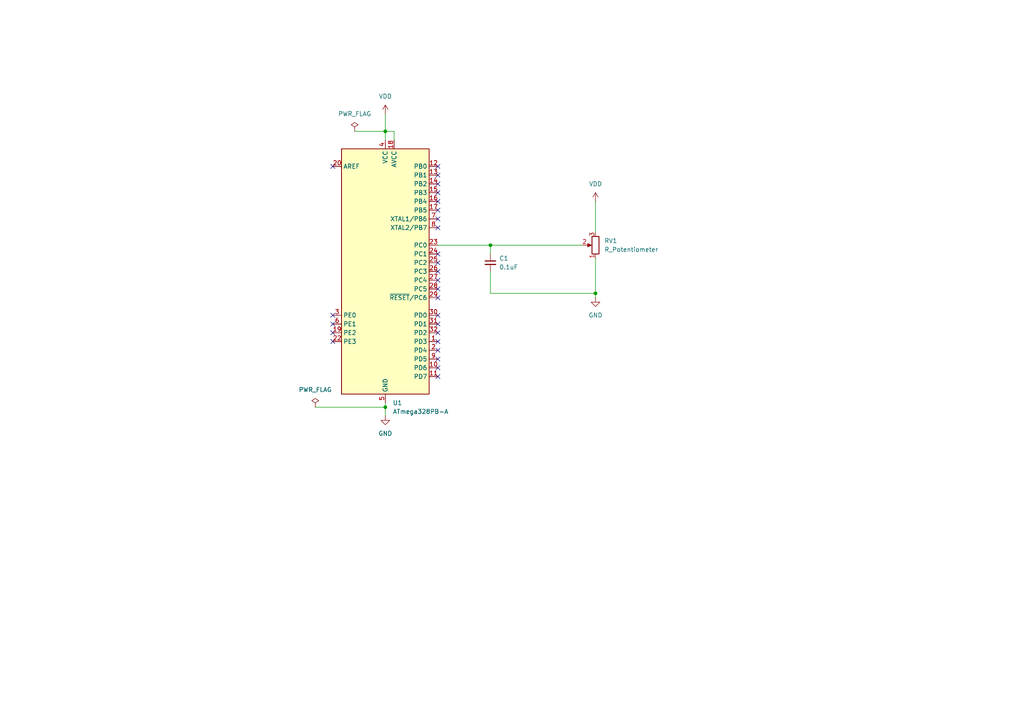
<source format=kicad_sch>
(kicad_sch (version 20250114) (generator "eeschema") (generator_version "9.0")
  (paper "A4")
  (lib_symbols
    (symbol "Device:C_Small" (pin_numbers (hide yes)) (pin_names (offset 0.254) (hide yes))
      (property "Reference" "C" (at 0.254 1.778 0))
      (property "Value" "C_Small" (at 0.254 -2.032 0))
      (symbol "C_Small_0_1"
        (polyline (pts (xy -1.524 0.508) (xy 1.524 0.508)) (stroke (width 0.3048)))
        (polyline (pts (xy -1.524 -0.508) (xy 1.524 -0.508)) (stroke (width 0.3302)))
      )
      (symbol "C_Small_1_1"
        (pin passive line (at 0 2.54 270) (length 2.032) (name "~") (number "1"))
        (pin passive line (at 0 -2.54 90) (length 2.032) (name "~") (number "2"))
      )
    )
    (symbol "Device:R_Potentiometer" (pin_names (offset 1.016) (hide yes))
      (property "Reference" "RV" (at -4.445 0 90))
      (property "Value" "R_Potentiometer" (at -2.54 0 90))
      (symbol "R_Potentiometer_0_1"
        (rectangle (start 1.016 2.54) (end -1.016 -2.54) (stroke (width 0.254)))
        (polyline (pts (xy 1.143 0) (xy 2.286 0.508) (xy 2.286 -0.508) (xy 1.143 0)) (fill (type outline)))
        (polyline (pts (xy 2.54 0) (xy 1.524 0)))
      )
      (symbol "R_Potentiometer_1_1"
        (pin passive line (at 0 3.81 270) (length 1.27) (name "1") (number "1"))
        (pin passive line (at 0 -3.81 90) (length 1.27) (name "3") (number "3"))
        (pin passive line (at 3.81 0 180) (length 1.27) (name "2") (number "2"))
      )
    )
    (symbol "MCU_Microchip_ATmega:ATmega328PB-A"
      (property "Reference" "U" (at -12.7 36.83 0))
      (property "Value" "ATmega328PB-A" (at 2.54 -36.83 0))
      (symbol "ATmega328PB-A_0_1"
        (rectangle (start -12.7 -35.56) (end 12.7 35.56) (stroke (width 0.254)) (fill (type background)))
      )
      (symbol "ATmega328PB-A_1_1"
        (pin passive line (at -15.24 30.48 0) (length 2.54) (name "AREF") (number "20"))
        (pin bidirectional line (at -15.24 -12.7 0) (length 2.54) (name "PE0") (number "3"))
        (pin bidirectional line (at -15.24 -15.24 0) (length 2.54) (name "PE1") (number "6"))
        (pin bidirectional line (at -15.24 -17.78 0) (length 2.54) (name "PE2") (number "19"))
        (pin bidirectional line (at -15.24 -20.32 0) (length 2.54) (name "PE3") (number "22"))
        (pin power_in line (at 0 38.1 270) (length 2.54) (name "VCC") (number "4"))
        (pin passive line (at 0 -38.1 90) (length 2.54) (hide yes) (name "GND") (number "21"))
        (pin power_in line (at 0 -38.1 90) (length 2.54) (name "GND") (number "5"))
        (pin power_in line (at 2.54 38.1 270) (length 2.54) (name "AVCC") (number "18"))
        (pin bidirectional line (at 15.24 30.48 180) (length 2.54) (name "PB0") (number "12"))
        (pin bidirectional line (at 15.24 27.94 180) (length 2.54) (name "PB1") (number "13"))
        (pin bidirectional line (at 15.24 25.4 180) (length 2.54) (name "PB2") (number "14"))
        (pin bidirectional line (at 15.24 22.86 180) (length 2.54) (name "PB3") (number "15"))
        (pin bidirectional line (at 15.24 20.32 180) (length 2.54) (name "PB4") (number "16"))
        (pin bidirectional line (at 15.24 17.78 180) (length 2.54) (name "PB5") (number "17"))
        (pin bidirectional line (at 15.24 15.24 180) (length 2.54) (name "XTAL1/PB6") (number "7"))
        (pin bidirectional line (at 15.24 12.7 180) (length 2.54) (name "XTAL2/PB7") (number "8"))
        (pin bidirectional line (at 15.24 7.62 180) (length 2.54) (name "PC0") (number "23"))
        (pin bidirectional line (at 15.24 5.08 180) (length 2.54) (name "PC1") (number "24"))
        (pin bidirectional line (at 15.24 2.54 180) (length 2.54) (name "PC2") (number "25"))
        (pin bidirectional line (at 15.24 0 180) (length 2.54) (name "PC3") (number "26"))
        (pin bidirectional line (at 15.24 -2.54 180) (length 2.54) (name "PC4") (number "27"))
        (pin bidirectional line (at 15.24 -5.08 180) (length 2.54) (name "PC5") (number "28"))
        (pin bidirectional line (at 15.24 -7.62 180) (length 2.54) (name "~{RESET}/PC6") (number "29"))
        (pin bidirectional line (at 15.24 -12.7 180) (length 2.54) (name "PD0") (number "30"))
        (pin bidirectional line (at 15.24 -15.24 180) (length 2.54) (name "PD1") (number "31"))
        (pin bidirectional line (at 15.24 -17.78 180) (length 2.54) (name "PD2") (number "32"))
        (pin bidirectional line (at 15.24 -20.32 180) (length 2.54) (name "PD3") (number "1"))
        (pin bidirectional line (at 15.24 -22.86 180) (length 2.54) (name "PD4") (number "2"))
        (pin bidirectional line (at 15.24 -25.4 180) (length 2.54) (name "PD5") (number "9"))
        (pin bidirectional line (at 15.24 -27.94 180) (length 2.54) (name "PD6") (number "10"))
        (pin bidirectional line (at 15.24 -30.48 180) (length 2.54) (name "PD7") (number "11"))
      )
    )
    (symbol "power:GND" (power) (pin_numbers (hide yes)) (pin_names (offset 0) (hide yes))
      (property "Value" "GND" (at 0 -3.81 0))
      (symbol "GND_0_1"
        (polyline (pts (xy 0 0) (xy 0 -1.27) (xy 1.27 -1.27) (xy 0 -2.54) (xy -1.27 -1.27) (xy 0 -1.27)))
      )
      (symbol "GND_1_1"
        (pin power_in line (at 0 0 270) (length 0) (name "~") (number "1"))
      )
    )
    (symbol "power:PWR_FLAG" (power) (pin_numbers (hide yes)) (pin_names (offset 0) (hide yes))
      (property "Value" "PWR_FLAG" (at 0 3.81 0))
      (symbol "PWR_FLAG_0_0"
        (pin power_out line (at 0 0 90) (length 0) (name "~") (number "1"))
      )
      (symbol "PWR_FLAG_0_1"
        (polyline (pts (xy 0 0) (xy 0 1.27) (xy -1.016 1.905) (xy 0 2.54) (xy 1.016 1.905) (xy 0 1.27)))
      )
    )
    (symbol "power:VDD" (power) (pin_numbers (hide yes)) (pin_names (offset 0) (hide yes))
      (property "Value" "VDD" (at 0 3.556 0))
      (symbol "VDD_0_1"
        (polyline (pts (xy -0.762 1.27) (xy 0 2.54)))
        (polyline (pts (xy 0 2.54) (xy 0.762 1.27)))
        (polyline (pts (xy 0 0) (xy 0 2.54)))
      )
      (symbol "VDD_1_1"
        (pin power_in line (at 0 0 90) (length 0) (name "~") (number "1"))
      )
    )
  )
  (junction (at 111.76 118.11))
  (junction (at 142.24 71.12))
  (junction (at 172.72 85.09))
  (junction (at 111.76 38.1))
  (no_connect (at 96.52 93.98))
  (no_connect (at 127 60.96))
  (no_connect (at 127 63.5))
  (no_connect (at 127 50.8))
  (no_connect (at 127 96.52))
  (no_connect (at 127 109.22))
  (no_connect (at 127 48.26))
  (no_connect (at 127 73.66))
  (no_connect (at 127 53.34))
  (no_connect (at 127 81.28))
  (no_connect (at 96.52 48.26))
  (no_connect (at 127 93.98))
  (no_connect (at 127 66.04))
  (no_connect (at 127 78.74))
  (no_connect (at 127 104.14))
  (no_connect (at 127 106.68))
  (no_connect (at 127 83.82))
  (no_connect (at 127 76.2))
  (no_connect (at 127 58.42))
  (no_connect (at 127 101.6))
  (no_connect (at 127 86.36))
  (no_connect (at 96.52 96.52))
  (no_connect (at 127 91.44))
  (no_connect (at 127 55.88))
  (no_connect (at 96.52 99.06))
  (no_connect (at 127 99.06))
  (no_connect (at 96.52 91.44))
  (wire (pts (xy 142.24 71.12) (xy 168.91 71.12)))
  (wire (pts (xy 172.72 58.42) (xy 172.72 67.31)))
  (wire (pts (xy 111.76 118.11) (xy 111.76 120.65)))
  (wire (pts (xy 172.72 74.93) (xy 172.72 85.09)))
  (wire (pts (xy 91.44 118.11) (xy 111.76 118.11)))
  (wire (pts (xy 114.3 40.64) (xy 114.3 38.1)))
  (wire (pts (xy 172.72 85.09) (xy 172.72 86.36)))
  (wire (pts (xy 142.24 85.09) (xy 172.72 85.09)))
  (wire (pts (xy 111.76 38.1) (xy 114.3 38.1)))
  (wire (pts (xy 102.87 38.1) (xy 111.76 38.1)))
  (wire (pts (xy 111.76 38.1) (xy 111.76 40.64)))
  (wire (pts (xy 142.24 78.74) (xy 142.24 85.09)))
  (wire (pts (xy 111.76 116.84) (xy 111.76 118.11)))
  (wire (pts (xy 111.76 33.02) (xy 111.76 38.1)))
  (wire (pts (xy 127 71.12) (xy 142.24 71.12)))
  (wire (pts (xy 142.24 73.66) (xy 142.24 71.12)))
  (symbol (lib_id "power:GND") (at 111.76 120.65 0) (unit 1)
    (property "Reference" "#PWR03" (effects (hide yes)))
    (property "Value" "GND" (at 111.76 125.73 0))
    (property "Description" "Power symbol creates a global label with name \"GND\" , ground" (effects (hide yes)))
  )
  (symbol (lib_id "MCU_Microchip_ATmega:ATmega328PB-A") (at 111.76 78.74 0) (unit 1)
    (property "Reference" "U1" (at 113.9033 116.84 0) (effects (justify left)))
    (property "Value" "ATmega328PB-A" (at 113.9033 119.38 0) (effects (justify left)))
    (property "Footprint" "Package_QFP:TQFP-32_7x7mm_P0.8mm" (effects (hide yes)))
    (property "Datasheet" "http://ww1.microchip.com/downloads/en/DeviceDoc/40001906C.pdf" (effects (hide yes)))
    (property "Description" "20MHz, 32kB Flash, 2kB SRAM, 1kB EEPROM, TQFP-32" (effects (hide yes)))
  )
  (symbol (lib_id "power:PWR_FLAG") (at 102.87 38.1 0) (unit 1)
    (property "Reference" "#FLG01" (effects (hide yes)))
    (property "Value" "PWR_FLAG" (at 102.87 33.02 0))
    (property "Description" "Special symbol for telling ERC where power comes from" (effects (hide yes)))
  )
  (symbol (lib_id "power:PWR_FLAG") (at 91.44 118.11 0) (unit 1)
    (property "Reference" "#FLG02" (effects (hide yes)))
    (property "Value" "PWR_FLAG" (at 91.44 113.03 0))
    (property "Description" "Special symbol for telling ERC where power comes from" (effects (hide yes)))
  )
  (symbol (lib_id "power:GND") (at 172.72 86.36 0) (unit 1)
    (property "Reference" "#PWR04" (effects (hide yes)))
    (property "Value" "GND" (at 172.72 91.44 0))
    (property "Description" "Power symbol creates a global label with name \"GND\" , ground" (effects (hide yes)))
  )
  (symbol (lib_id "power:VDD") (at 111.76 33.02 0) (unit 1)
    (property "Reference" "#PWR01" (effects (hide yes)))
    (property "Value" "VDD" (at 111.76 27.94 0))
    (property "Description" "Power symbol creates a global label with name \"VDD\"" (effects (hide yes)))
  )
  (symbol (lib_id "power:VDD") (at 172.72 58.42 0) (unit 1)
    (property "Reference" "#PWR02" (effects (hide yes)))
    (property "Value" "VDD" (at 172.72 53.34 0))
    (property "Description" "Power symbol creates a global label with name \"VDD\"" (effects (hide yes)))
  )
  (symbol (lib_id "Device:C_Small") (at 142.24 76.2 0) (unit 1)
    (property "Reference" "C1" (at 144.78 74.9362 0) (effects (justify left)))
    (property "Value" "0.1uF" (at 144.78 77.4762 0) (effects (justify left)))
    (property "Description" "Unpolarized capacitor, small symbol" (effects (hide yes)))
  )
  (symbol (lib_id "Device:R_Potentiometer") (at 172.72 71.12 180) (unit 1)
    (property "Reference" "RV1" (at 175.26 69.8499 0) (effects (justify right)))
    (property "Value" "R_Potentiometer" (at 175.26 72.3899 0) (effects (justify right)))
    (property "Description" "Potentiometer" (effects (hide yes)))
  )
)
</source>
